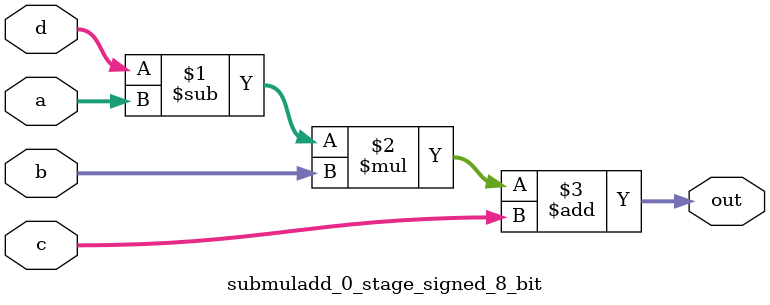
<source format=sv>
(* use_dsp = "yes" *) module submuladd_0_stage_signed_8_bit(
	input signed [7:0] a,
	input signed [7:0] b,
	input signed [7:0] c,
	input signed [7:0] d,
	output [7:0] out
	);

	assign out = ((d - a) * b) + c;
endmodule

</source>
